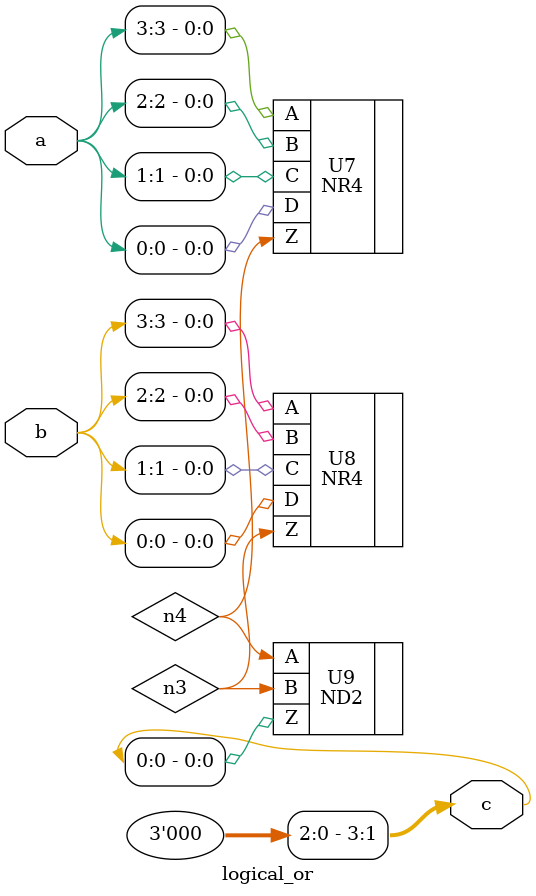
<source format=v>


module logical_or ( a, b, c );
  input [3:0] a;
  input [3:0] b;
  output [3:0] c;
  wire   n3, n4;
  assign c[1] = 1'b0;
  assign c[2] = 1'b0;
  assign c[3] = 1'b0;

  NR4 U7 ( .A(a[3]), .B(a[2]), .C(a[1]), .D(a[0]), .Z(n4) );
  NR4 U8 ( .A(b[3]), .B(b[2]), .C(b[1]), .D(b[0]), .Z(n3) );
  ND2 U9 ( .A(n4), .B(n3), .Z(c[0]) );
endmodule


</source>
